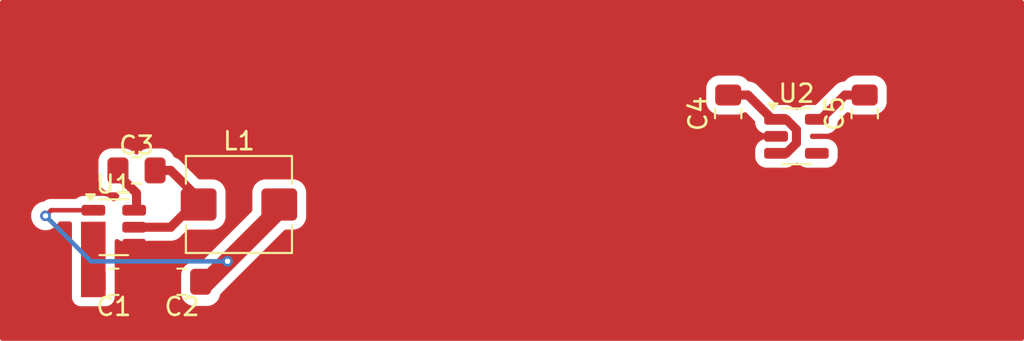
<source format=kicad_pcb>
(kicad_pcb (version 20241229) (generator "pcbnew") (generator_version "9.0")
  (layers (0 "F.Cu" signal) (2 "B.Cu" signal) (13 "F.Paste" user) (15 "B.Paste" user) (5 "F.SilkS" user "F.Silkscreen") (7 "B.SilkS" user "B.Silkscreen") (1 "F.Mask" user) (3 "B.Mask" user) (25 "Edge.Cuts" user))
  (net 0 "")
  (net 1 "GND")
  (net 2 "+12V")
  (net 3 "+5V")
  (net 4 "Net-(U1-SW)")
  (net 5 "Net-(U1-BST)")
  (net 6 "+3V3")
  (footprint "Capacitor_SMD:C_0805_2012Metric_Pad1.18x1.45mm_HandSolder" (layer "F.Cu") (at 76.2 79.248 180)
    (property "Reference" "C1" (at 0 -1.397 0) (layer "F.SilkS"))
    (property "Value" "10uF")
    (fp_line (start -0.261252 0.735) (end 0.261252 0.735) (stroke (width 0.12)) (layer "F.SilkS"))
    (fp_line (start -0.261252 -0.735) (end 0.261252 -0.735) (stroke (width 0.12)) (layer "F.SilkS"))
    (pad "1" smd roundrect (at -1.0375 0 180) (size 1.175 1.45) (layers "F.Cu" "F.Mask" "F.Paste") (roundrect_rratio 0.212766) (net 1 "GND"))
    (pad "2" smd roundrect (at 1.0375 0 180) (size 1.175 1.45) (layers "F.Cu" "F.Mask" "F.Paste") (roundrect_rratio 0.212766) (net 2 "+12V"))
  )
  (footprint "Capacitor_SMD:C_0805_2012Metric_Pad1.18x1.45mm_HandSolder" (layer "F.Cu") (at 110.49 69.85 90)
    (property "Reference" "C4" (at 0 -1.68 90) (layer "F.SilkS"))
    (property "Value" "1uF")
    (fp_line (start -0.261252 -0.735) (end 0.261252 -0.735) (stroke (width 0.12)) (layer "F.SilkS"))
    (fp_line (start -0.261252 0.735) (end 0.261252 0.735) (stroke (width 0.12)) (layer "F.SilkS"))
    (pad "1" smd roundrect (at -1.0375 0 90) (size 1.175 1.45) (layers "F.Cu" "F.Mask" "F.Paste") (roundrect_rratio 0.212766) (net 1 "GND"))
    (pad "2" smd roundrect (at 1.0375 0 90) (size 1.175 1.45) (layers "F.Cu" "F.Mask" "F.Paste") (roundrect_rratio 0.212766) (net 3 "+5V"))
  )
  (footprint "Capacitor_SMD:C_0805_2012Metric_Pad1.18x1.45mm_HandSolder" (layer "F.Cu") (at 80.01 79.248)
    (property "Reference" "C2" (at 0 1.397 0) (layer "F.SilkS"))
    (property "Value" "47uF")
    (fp_line (start -0.261252 -0.735) (end 0.261252 -0.735) (stroke (width 0.12)) (layer "F.SilkS"))
    (fp_line (start -0.261252 0.735) (end 0.261252 0.735) (stroke (width 0.12)) (layer "F.SilkS"))
    (pad "1" smd roundrect (at -1.0375 0) (size 1.175 1.45) (layers "F.Cu" "F.Mask" "F.Paste") (roundrect_rratio 0.212766) (net 1 "GND"))
    (pad "2" smd roundrect (at 1.0375 0) (size 1.175 1.45) (layers "F.Cu" "F.Mask" "F.Paste") (roundrect_rratio 0.212766) (net 3 "+5V"))
  )
  (footprint "Package_TO_SOT_SMD:SOT-23-5" (layer "F.Cu") (at 114.3 71.12)
    (property "Reference" "U2" (at 0 -2.4 0) (layer "F.SilkS"))
    (property "Value" "MIC5504-3.3YM5")
    (fp_line (start 0 -1.56) (end -0.8 -1.56) (stroke (width 0.12)) (layer "F.SilkS"))
    (fp_line (start 0 -1.56) (end 0.8 -1.56) (stroke (width 0.12)) (layer "F.SilkS"))
    (fp_line (start 0 1.56) (end -0.8 1.56) (stroke (width 0.12)) (layer "F.SilkS"))
    (fp_line (start 0 1.56) (end 0.8 1.56) (stroke (width 0.12)) (layer "F.SilkS"))
    (fp_poly (pts (xy -1.3 -1.51) (xy -1.54 -1.84) (xy -1.06 -1.84)) (stroke (width 0.12)) (fill yes) (layer "F.SilkS"))
    (pad "1" smd roundrect (at -1.1375 -0.95) (size 1.325 0.6) (layers "F.Cu" "F.Mask" "F.Paste") (net 3 "+5V"))
    (pad "2" smd roundrect (at -1.1375 0) (size 1.325 0.6) (layers "F.Cu" "F.Mask" "F.Paste") (net 1 "GND"))
    (pad "3" smd roundrect (at -1.1375 0.95) (size 1.325 0.6) (layers "F.Cu" "F.Mask" "F.Paste") (net 3 "+5V"))
    (pad "4" smd roundrect (at 1.1375 0.95) (size 1.325 0.6) (layers "F.Cu" "F.Mask" "F.Paste"))
    (pad "5" smd roundrect (at 1.1375 -0.95) (size 1.325 0.6) (layers "F.Cu" "F.Mask" "F.Paste") (net 6 "+3V3"))
  )
  (footprint "Inductor_SMD:L_Bourns_SRP5030T" (layer "F.Cu") (at 83.185 74.93)
    (property "Reference" "L1" (at 0 -3.55 0) (layer "F.SilkS"))
    (property "Value" "4.7uF")
    (fp_line (start -2.96 -2.71) (end 2.96 -2.71) (stroke (width 0.12)) (layer "F.SilkS"))
    (fp_line (start -2.96 -1.16) (end -2.96 -2.71) (stroke (width 0.12)) (layer "F.SilkS"))
    (fp_line (start -2.96 2.71) (end -2.96 1.16) (stroke (width 0.12)) (layer "F.SilkS"))
    (fp_line (start 2.96 -2.71) (end 2.96 -1.16) (stroke (width 0.12)) (layer "F.SilkS"))
    (fp_line (start 2.96 1.16) (end 2.96 2.71) (stroke (width 0.12)) (layer "F.SilkS"))
    (fp_line (start 2.96 2.71) (end -2.96 2.71) (stroke (width 0.12)) (layer "F.SilkS"))
    (pad "1" smd roundrect (at -2.25 0) (size 2 1.8) (layers "F.Cu" "F.Mask" "F.Paste") (roundrect_rratio 0.138889) (net 4 "Net-(U1-SW)"))
    (pad "2" smd roundrect (at 2.25 0) (size 2 1.8) (layers "F.Cu" "F.Mask" "F.Paste") (roundrect_rratio 0.138889) (net 3 "+5V"))
  )
  (footprint "Package_TO_SOT_SMD:TSOT-23-6" (layer "F.Cu") (at 76.2 76.2)
    (property "Reference" "U1" (at 0 -2.4 0) (layer "F.SilkS"))
    (property "Value" "AP63205WU")
    (fp_line (start 0 -1.56) (end -0.8 -1.56) (stroke (width 0.12)) (layer "F.SilkS"))
    (fp_line (start 0 -1.56) (end 0.8 -1.56) (stroke (width 0.12)) (layer "F.SilkS"))
    (fp_line (start 0 1.56) (end -0.8 1.56) (stroke (width 0.12)) (layer "F.SilkS"))
    (fp_line (start 0 1.56) (end 0.8 1.56) (stroke (width 0.12)) (layer "F.SilkS"))
    (fp_poly (pts (xy -1.3 -1.51) (xy -1.54 -1.84) (xy -1.06 -1.84)) (stroke (width 0.12)) (fill yes) (layer "F.SilkS"))
    (pad "1" smd roundrect (at -1.1375 -0.95) (size 1.325 0.6) (layers "F.Cu" "F.Mask" "F.Paste") (net 3 "+5V"))
    (pad "2" smd roundrect (at -1.1375 0) (size 1.325 0.6) (layers "F.Cu" "F.Mask" "F.Paste") (net 2 "+12V"))
    (pad "3" smd roundrect (at -1.1375 0.95) (size 1.325 0.6) (layers "F.Cu" "F.Mask" "F.Paste") (net 2 "+12V"))
    (pad "4" smd roundrect (at 1.1375 0.95) (size 1.325 0.6) (layers "F.Cu" "F.Mask" "F.Paste") (net 1 "GND"))
    (pad "5" smd roundrect (at 1.1375 0) (size 1.325 0.6) (layers "F.Cu" "F.Mask" "F.Paste") (net 4 "Net-(U1-SW)"))
    (pad "6" smd roundrect (at 1.1375 -0.95) (size 1.325 0.6) (layers "F.Cu" "F.Mask" "F.Paste") (net 5 "Net-(U1-BST)"))
  )
  (footprint "Capacitor_SMD:C_0805_2012Metric_Pad1.18x1.45mm_HandSolder" (layer "F.Cu") (at 118.11 69.85 90)
    (property "Reference" "C5" (at 0 -1.68 90) (layer "F.SilkS"))
    (property "Value" "1uF")
    (fp_line (start -0.261252 -0.735) (end 0.261252 -0.735) (stroke (width 0.12)) (layer "F.SilkS"))
    (fp_line (start -0.261252 0.735) (end 0.261252 0.735) (stroke (width 0.12)) (layer "F.SilkS"))
    (pad "1" smd roundrect (at -1.0375 0 90) (size 1.175 1.45) (layers "F.Cu" "F.Mask" "F.Paste") (roundrect_rratio 0.212766) (net 1 "GND"))
    (pad "2" smd roundrect (at 1.0375 0 90) (size 1.175 1.45) (layers "F.Cu" "F.Mask" "F.Paste") (roundrect_rratio 0.212766) (net 6 "+3V3"))
  )
  (footprint "Capacitor_SMD:C_0805_2012Metric_Pad1.18x1.45mm_HandSolder" (layer "F.Cu") (at 77.47 73.025)
    (property "Reference" "C3" (at 0 -1.397 0) (layer "F.SilkS"))
    (property "Value" "100nF")
    (fp_line (start -0.261252 -0.735) (end 0.261252 -0.735) (stroke (width 0.12)) (layer "F.SilkS"))
    (fp_line (start -0.261252 0.735) (end 0.261252 0.735) (stroke (width 0.12)) (layer "F.SilkS"))
    (pad "1" smd roundrect (at -1.0375 0) (size 1.175 1.45) (layers "F.Cu" "F.Mask" "F.Paste") (roundrect_rratio 0.212766) (net 5 "Net-(U1-BST)"))
    (pad "2" smd roundrect (at 1.0375 0) (size 1.175 1.45) (layers "F.Cu" "F.Mask" "F.Paste") (roundrect_rratio 0.212766) (net 4 "Net-(U1-SW)"))
  )
  (gr_poly (pts (xy 75.7428 75.8952) (xy 74.3712 75.8952) (xy 74.3712 80.1116) (xy 75.7428 80.1116)) (fill yes) (layer "F.Cu") (net 2))
  (segment (start 117.8775 71.12) (end 118.11 70.8875) (width 0.2) (layer "F.Cu") (net 1))
  (segment (start 75.0625 79.275) (end 75.1625 79.375) (width 0.508) (layer "F.Cu") (net 2))
  (segment (start 114.3 71.499999) (end 113.729999 72.07) (width 0.508) (layer "F.Cu") (net 3))
  (segment (start 110.49 68.8125) (end 111.5925 68.8125) (width 0.508) (layer "F.Cu") (net 3))
  (segment (start 85.435 75.22) (end 82.55 78.105) (width 1.016) (layer "F.Cu") (net 3))
  (segment (start 85.435 74.93) (end 85.435 75.22) (width 0.508) (layer "F.Cu") (net 3))
  (segment (start 111.5925 68.8125) (end 112.95 70.17) (width 0.508) (layer "F.Cu") (net 3))
  (segment (start 114.3 70.740001) (end 114.3 71.499999) (width 0.508) (layer "F.Cu") (net 3))
  (segment (start 82.55 78.105) (end 81.28 79.375) (width 1.016) (layer "F.Cu") (net 3))
  (segment (start 113.729999 70.17) (end 114.3 70.740001) (width 0.508) (layer "F.Cu") (net 3))
  (segment (start 113.729999 72.07) (end 112.95 72.07) (width 0.508) (layer "F.Cu") (net 3))
  (segment (start 112.95 70.17) (end 113.729999 70.17) (width 0.508) (layer "F.Cu") (net 3))
  (segment (start 81.28 79.375) (end 81.0475 79.375) (width 0.508) (layer "F.Cu") (net 3))
  (segment (start 72.705 75.25) (end 72.39 75.565) (width 0.254) (layer "F.Cu") (net 3))
  (segment (start 74.49 75.25) (end 72.705 75.25) (width 0.254) (layer "F.Cu") (net 3))
  (via (at 72.39 75.565) (size 0.6) (drill 0.3) (layers "F.Cu" "B.Cu") (net 3))
  (via (at 82.55 78.105) (size 0.6) (drill 0.3) (layers "F.Cu" "B.Cu") (net 3))
  (segment (start 72.39 75.565) (end 74.93 78.105) (width 0.254) (layer "B.Cu") (net 3))
  (segment (start 74.93 78.105) (end 82.55 78.105) (width 0.254) (layer "B.Cu") (net 3))
  (segment (start 77.3375 76.2) (end 79.375 76.2) (width 0.508) (layer "F.Cu") (net 4))
  (segment (start 80.645 74.93) (end 80.935 74.93) (width 0.508) (layer "F.Cu") (net 4))
  (segment (start 80.935 74.585) (end 80.935 74.93) (width 0.508) (layer "F.Cu") (net 4))
  (segment (start 79.375 73.025) (end 80.935 74.585) (width 0.508) (layer "F.Cu") (net 4))
  (segment (start 78.5075 73.025) (end 79.375 73.025) (width 0.508) (layer "F.Cu") (net 4))
  (segment (start 79.375 76.2) (end 80.645 74.93) (width 0.508) (layer "F.Cu") (net 4))
  (segment (start 76.4325 73.2575) (end 77.47 74.295) (width 0.508) (layer "F.Cu") (net 5))
  (segment (start 77.47 74.295) (end 77.47 75.1175) (width 0.508) (layer "F.Cu") (net 5))
  (segment (start 76.4325 73.025) (end 76.4325 73.2575) (width 0.508) (layer "F.Cu") (net 5))
  (segment (start 77.47 75.1175) (end 77.3375 75.25) (width 0.508) (layer "F.Cu") (net 5))
  (segment (start 118.11 68.8125) (end 117.0075 68.8125) (width 0.508) (layer "F.Cu") (net 6))
  (segment (start 117.0075 68.8125) (end 115.65 70.17) (width 0.508) (layer "F.Cu") (net 6))
  (zone (net 1) (net_name "GND") (layer "F.Cu") (connect_pads yes (clearance 0.5)) (min_thickness 0.25) (fill yes (thermal_gap 0.5) (thermal_bridge_width 0.5))
    (polygon (pts (xy 69.85 63.5) (xy 127 63.5) (xy 127 82.55) (xy 69.85 82.55)))
  )
)
</source>
